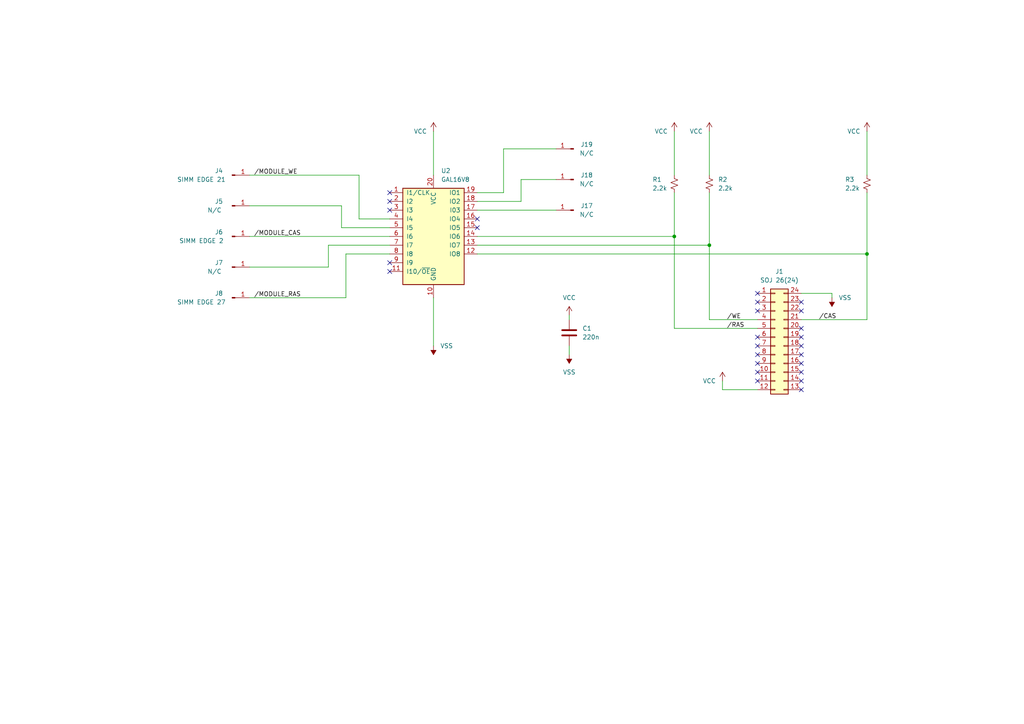
<source format=kicad_sch>
(kicad_sch (version 20230121) (generator eeschema)
  (paper "A4")
  (lib_symbols
    (symbol "Connector:Conn_01x01_Pin" (pin_names (offset 1.016) hide)
      (property "Reference" "J" (at 0 2.54 0))
      (property "Value" "Conn_01x01_Pin" (at 0 -2.54 0))
      (symbol "Conn_01x01_Pin_1_1"
        (polyline (pts (xy 1.27 0) (xy 0.8636 0)) (stroke (width 0.1524)))
        (rectangle (start 0.8636 0.127) (end 0 -0.127) (stroke (width 0.1524)) (fill (type outline)))
        (pin passive line (at 5.08 0 180) (length 3.81) (name "Pin_1") (number "1"))
      )
    )
    (symbol "Connector_Generic:Conn_02x12_Counter_Clockwise" (pin_names (offset 1.016) hide)
      (property "Reference" "J" (at 1.27 15.24 0))
      (property "Value" "Conn_02x12_Counter_Clockwise" (at 1.27 -17.78 0))
      (symbol "Conn_02x12_Counter_Clockwise_1_1"
        (rectangle (start -1.27 -15.113) (end 0 -15.367) (stroke (width 0.1524)))
        (rectangle (start -1.27 -12.573) (end 0 -12.827) (stroke (width 0.1524)))
        (rectangle (start -1.27 -10.033) (end 0 -10.287) (stroke (width 0.1524)))
        (rectangle (start -1.27 -7.493) (end 0 -7.747) (stroke (width 0.1524)))
        (rectangle (start -1.27 -4.953) (end 0 -5.207) (stroke (width 0.1524)))
        (rectangle (start -1.27 -2.413) (end 0 -2.667) (stroke (width 0.1524)))
        (rectangle (start -1.27 0.127) (end 0 -0.127) (stroke (width 0.1524)))
        (rectangle (start -1.27 2.667) (end 0 2.413) (stroke (width 0.1524)))
        (rectangle (start -1.27 5.207) (end 0 4.953) (stroke (width 0.1524)))
        (rectangle (start -1.27 7.747) (end 0 7.493) (stroke (width 0.1524)))
        (rectangle (start -1.27 10.287) (end 0 10.033) (stroke (width 0.1524)))
        (rectangle (start -1.27 12.827) (end 0 12.573) (stroke (width 0.1524)))
        (rectangle (start -1.27 13.97) (end 3.81 -16.51) (stroke (width 0.254)) (fill (type background)))
        (rectangle (start 3.81 -15.113) (end 2.54 -15.367) (stroke (width 0.1524)))
        (rectangle (start 3.81 -12.573) (end 2.54 -12.827) (stroke (width 0.1524)))
        (rectangle (start 3.81 -10.033) (end 2.54 -10.287) (stroke (width 0.1524)))
        (rectangle (start 3.81 -7.493) (end 2.54 -7.747) (stroke (width 0.1524)))
        (rectangle (start 3.81 -4.953) (end 2.54 -5.207) (stroke (width 0.1524)))
        (rectangle (start 3.81 -2.413) (end 2.54 -2.667) (stroke (width 0.1524)))
        (rectangle (start 3.81 0.127) (end 2.54 -0.127) (stroke (width 0.1524)))
        (rectangle (start 3.81 2.667) (end 2.54 2.413) (stroke (width 0.1524)))
        (rectangle (start 3.81 5.207) (end 2.54 4.953) (stroke (width 0.1524)))
        (rectangle (start 3.81 7.747) (end 2.54 7.493) (stroke (width 0.1524)))
        (rectangle (start 3.81 10.287) (end 2.54 10.033) (stroke (width 0.1524)))
        (rectangle (start 3.81 12.827) (end 2.54 12.573) (stroke (width 0.1524)))
        (pin passive line (at -5.08 12.7 0) (length 3.81) (name "Pin_1") (number "1"))
        (pin passive line (at -5.08 -10.16 0) (length 3.81) (name "Pin_10") (number "10"))
        (pin passive line (at -5.08 -12.7 0) (length 3.81) (name "Pin_11") (number "11"))
        (pin passive line (at -5.08 -15.24 0) (length 3.81) (name "Pin_12") (number "12"))
        (pin passive line (at 7.62 -15.24 180) (length 3.81) (name "Pin_13") (number "13"))
        (pin passive line (at 7.62 -12.7 180) (length 3.81) (name "Pin_14") (number "14"))
        (pin passive line (at 7.62 -10.16 180) (length 3.81) (name "Pin_15") (number "15"))
        (pin passive line (at 7.62 -7.62 180) (length 3.81) (name "Pin_16") (number "16"))
        (pin passive line (at 7.62 -5.08 180) (length 3.81) (name "Pin_17") (number "17"))
        (pin passive line (at 7.62 -2.54 180) (length 3.81) (name "Pin_18") (number "18"))
        (pin passive line (at 7.62 0 180) (length 3.81) (name "Pin_19") (number "19"))
        (pin passive line (at -5.08 10.16 0) (length 3.81) (name "Pin_2") (number "2"))
        (pin passive line (at 7.62 2.54 180) (length 3.81) (name "Pin_20") (number "20"))
        (pin passive line (at 7.62 5.08 180) (length 3.81) (name "Pin_21") (number "21"))
        (pin passive line (at 7.62 7.62 180) (length 3.81) (name "Pin_22") (number "22"))
        (pin passive line (at 7.62 10.16 180) (length 3.81) (name "Pin_23") (number "23"))
        (pin passive line (at 7.62 12.7 180) (length 3.81) (name "Pin_24") (number "24"))
        (pin passive line (at -5.08 7.62 0) (length 3.81) (name "Pin_3") (number "3"))
        (pin passive line (at -5.08 5.08 0) (length 3.81) (name "Pin_4") (number "4"))
        (pin passive line (at -5.08 2.54 0) (length 3.81) (name "Pin_5") (number "5"))
        (pin passive line (at -5.08 0 0) (length 3.81) (name "Pin_6") (number "6"))
        (pin passive line (at -5.08 -2.54 0) (length 3.81) (name "Pin_7") (number "7"))
        (pin passive line (at -5.08 -5.08 0) (length 3.81) (name "Pin_8") (number "8"))
        (pin passive line (at -5.08 -7.62 0) (length 3.81) (name "Pin_9") (number "9"))
      )
    )
    (symbol "Device:C" (pin_numbers hide) (pin_names (offset 0.254))
      (property "Reference" "C" (at 0.635 2.54 0))
      (property "Value" "C" (at 0.635 -2.54 0))
      (symbol "C_0_1"
        (polyline (pts (xy -2.032 -0.762) (xy 2.032 -0.762)) (stroke (width 0.508)))
        (polyline (pts (xy -2.032 0.762) (xy 2.032 0.762)) (stroke (width 0.508)))
      )
      (symbol "C_1_1"
        (pin passive line (at 0 3.81 270) (length 2.794) (name "~") (number "1"))
        (pin passive line (at 0 -3.81 90) (length 2.794) (name "~") (number "2"))
      )
    )
    (symbol "Device:R_Small_US" (pin_numbers hide) (pin_names (offset 0.254) hide)
      (property "Reference" "R" (at 0.762 0.508 0))
      (property "Value" "R_Small_US" (at 0.762 -1.016 0))
      (symbol "R_Small_US_1_1"
        (polyline (pts (xy 0 0) (xy 1.016 -0.381) (xy 0 -0.762) (xy -1.016 -1.143) (xy 0 -1.524)))
        (polyline (pts (xy 0 1.524) (xy 1.016 1.143) (xy 0 0.762) (xy -1.016 0.381) (xy 0 0)))
        (pin passive line (at 0 2.54 270) (length 1.016) (name "~") (number "1"))
        (pin passive line (at 0 -2.54 90) (length 1.016) (name "~") (number "2"))
      )
    )
    (symbol "Logic_Programmable:GAL16V8" (pin_names (offset 1.016))
      (property "Reference" "U" (at -8.89 16.51 0))
      (property "Value" "GAL16V8" (at 1.27 16.51 0))
      (symbol "GAL16V8_0_0"
        (pin power_in line (at 0 -17.78 90) (length 3.81) (name "GND") (number "10"))
        (pin power_in line (at 0 17.78 270) (length 3.81) (name "VCC") (number "20"))
      )
      (symbol "GAL16V8_0_1"
        (rectangle (start -8.89 13.97) (end 8.89 -13.97) (stroke (width 0.254)) (fill (type background)))
      )
      (symbol "GAL16V8_1_1"
        (pin input line (at -12.7 12.7 0) (length 3.81) (name "I1/CLK") (number "1"))
        (pin input line (at -12.7 -10.16 0) (length 3.81) (name "I10/~{OE}") (number "11"))
        (pin tri_state line (at 12.7 -5.08 180) (length 3.81) (name "IO8") (number "12"))
        (pin tri_state line (at 12.7 -2.54 180) (length 3.81) (name "IO7") (number "13"))
        (pin tri_state line (at 12.7 0 180) (length 3.81) (name "IO6") (number "14"))
        (pin tri_state line (at 12.7 2.54 180) (length 3.81) (name "IO5") (number "15"))
        (pin tri_state line (at 12.7 5.08 180) (length 3.81) (name "IO4") (number "16"))
        (pin tri_state line (at 12.7 7.62 180) (length 3.81) (name "I03") (number "17"))
        (pin tri_state line (at 12.7 10.16 180) (length 3.81) (name "IO2") (number "18"))
        (pin tri_state line (at 12.7 12.7 180) (length 3.81) (name "IO1") (number "19"))
        (pin input line (at -12.7 10.16 0) (length 3.81) (name "I2") (number "2"))
        (pin input line (at -12.7 7.62 0) (length 3.81) (name "I3") (number "3"))
        (pin input line (at -12.7 5.08 0) (length 3.81) (name "I4") (number "4"))
        (pin input line (at -12.7 2.54 0) (length 3.81) (name "I5") (number "5"))
        (pin input line (at -12.7 0 0) (length 3.81) (name "I6") (number "6"))
        (pin input line (at -12.7 -2.54 0) (length 3.81) (name "I7") (number "7"))
        (pin input line (at -12.7 -5.08 0) (length 3.81) (name "I8") (number "8"))
        (pin input line (at -12.7 -7.62 0) (length 3.81) (name "I9") (number "9"))
      )
    )
    (symbol "power:VCC" (power) (pin_names (offset 0))
      (property "Value" "VCC" (at 0 3.81 0))
      (symbol "VCC_0_1"
        (polyline (pts (xy -0.762 1.27) (xy 0 2.54)))
        (polyline (pts (xy 0 0) (xy 0 2.54)))
        (polyline (pts (xy 0 2.54) (xy 0.762 1.27)))
      )
      (symbol "VCC_1_1"
        (pin power_in line (at 0 0 90) (length 0) hide (name "VCC") (number "1"))
      )
    )
    (symbol "power:VSS" (power) (pin_names (offset 0))
      (property "Value" "VSS" (at 0 3.81 0))
      (symbol "VSS_0_1"
        (polyline (pts (xy 0 0) (xy 0 2.54)))
        (polyline (pts (xy 0.762 1.27) (xy -0.762 1.27) (xy 0 2.54) (xy 0.762 1.27)) (fill (type outline)))
      )
      (symbol "VSS_1_1"
        (pin power_in line (at 0 0 90) (length 0) hide (name "VSS") (number "1"))
      )
    )
  )
  (junction (at 195.58 68.58))
  (junction (at 205.74 71.12))
  (junction (at 251.46 73.66))
  (no_connect (at 219.71 102.87))
  (no_connect (at 219.71 87.63))
  (no_connect (at 232.41 107.95))
  (no_connect (at 232.41 95.25))
  (no_connect (at 219.71 107.95))
  (no_connect (at 138.43 66.04))
  (no_connect (at 219.71 85.09))
  (no_connect (at 113.03 76.2))
  (no_connect (at 232.41 105.41))
  (no_connect (at 219.71 105.41))
  (no_connect (at 232.41 90.17))
  (no_connect (at 113.03 55.88))
  (no_connect (at 232.41 113.03))
  (no_connect (at 138.43 63.5))
  (no_connect (at 232.41 110.49))
  (no_connect (at 232.41 102.87))
  (no_connect (at 219.71 90.17))
  (no_connect (at 219.71 97.79))
  (no_connect (at 113.03 58.42))
  (no_connect (at 232.41 87.63))
  (no_connect (at 232.41 100.33))
  (no_connect (at 113.03 78.74))
  (no_connect (at 113.03 60.96))
  (no_connect (at 219.71 100.33))
  (no_connect (at 219.71 110.49))
  (no_connect (at 232.41 97.79))
  (wire (pts (xy 138.43 73.66) (xy 251.46 73.66)))
  (wire (pts (xy 99.06 66.04) (xy 99.06 59.69)))
  (wire (pts (xy 205.74 55.88) (xy 205.74 71.12)))
  (wire (pts (xy 232.41 85.09) (xy 241.3 85.09)))
  (wire (pts (xy 251.46 73.66) (xy 251.46 92.71)))
  (wire (pts (xy 195.58 95.25) (xy 219.71 95.25)))
  (wire (pts (xy 146.05 55.88) (xy 146.05 43.18)))
  (wire (pts (xy 251.46 38.1) (xy 251.46 50.8)))
  (wire (pts (xy 72.39 77.47) (xy 95.25 77.47)))
  (wire (pts (xy 138.43 71.12) (xy 205.74 71.12)))
  (wire (pts (xy 209.55 113.03) (xy 209.55 110.49)))
  (wire (pts (xy 138.43 68.58) (xy 195.58 68.58)))
  (wire (pts (xy 195.58 68.58) (xy 195.58 95.25)))
  (wire (pts (xy 100.33 73.66) (xy 113.03 73.66)))
  (wire (pts (xy 241.3 85.09) (xy 241.3 86.36)))
  (wire (pts (xy 95.25 71.12) (xy 95.25 77.47)))
  (wire (pts (xy 209.55 113.03) (xy 219.71 113.03)))
  (wire (pts (xy 165.1 91.44) (xy 165.1 92.71)))
  (wire (pts (xy 205.74 71.12) (xy 205.74 92.71)))
  (wire (pts (xy 165.1 100.33) (xy 165.1 102.87)))
  (wire (pts (xy 151.13 52.07) (xy 151.13 58.42)))
  (wire (pts (xy 100.33 86.36) (xy 100.33 73.66)))
  (wire (pts (xy 113.03 63.5) (xy 104.14 63.5)))
  (wire (pts (xy 232.41 92.71) (xy 251.46 92.71)))
  (wire (pts (xy 72.39 50.8) (xy 104.14 50.8)))
  (wire (pts (xy 125.73 100.33) (xy 125.73 86.36)))
  (wire (pts (xy 138.43 60.96) (xy 161.29 60.96)))
  (wire (pts (xy 195.58 38.1) (xy 195.58 50.8)))
  (wire (pts (xy 161.29 52.07) (xy 151.13 52.07)))
  (wire (pts (xy 113.03 66.04) (xy 99.06 66.04)))
  (wire (pts (xy 138.43 58.42) (xy 151.13 58.42)))
  (wire (pts (xy 205.74 92.71) (xy 219.71 92.71)))
  (wire (pts (xy 104.14 63.5) (xy 104.14 50.8)))
  (wire (pts (xy 195.58 55.88) (xy 195.58 68.58)))
  (wire (pts (xy 72.39 59.69) (xy 99.06 59.69)))
  (wire (pts (xy 72.39 86.36) (xy 100.33 86.36)))
  (wire (pts (xy 138.43 55.88) (xy 146.05 55.88)))
  (wire (pts (xy 251.46 55.88) (xy 251.46 73.66)))
  (wire (pts (xy 72.39 68.58) (xy 113.03 68.58)))
  (wire (pts (xy 146.05 43.18) (xy 161.29 43.18)))
  (wire (pts (xy 113.03 71.12) (xy 95.25 71.12)))
  (wire (pts (xy 125.73 38.1) (xy 125.73 50.8)))
  (wire (pts (xy 205.74 38.1) (xy 205.74 50.8)))
  (label "{slash}CAS" (at 237.49 92.71 0))
  (label "{slash}RAS" (at 210.82 95.25 0))
  (label "{slash}MODULE_WE" (at 73.66 50.8 0))
  (label "{slash}MODULE_CAS" (at 73.66 68.58 0))
  (label "{slash}WE" (at 210.82 92.71 0))
  (label "{slash}MODULE_RAS" (at 73.66 86.36 0))
  (symbol (lib_id "Connector:Conn_01x01_Pin") (at 67.31 50.8 0) (unit 1)
    (property "Reference" "J4" (at 63.5 49.53 0))
    (property "Value" "SIMM EDGE 21" (at 58.42 52.07 0))
    (property "Footprint" "project footprints:TestPoint_THTPad_D1.2mm_Drill0.7mm" (effects hide))
  )
  (symbol (lib_id "Device:R_Small_US") (at 195.58 53.34 0) (unit 1) (in_bom no)
    (property "Reference" "R1" (at 189.23 52.07 0) (effects (justify left)))
    (property "Value" "2.2k" (at 189.23 54.61 0) (effects (justify left)))
    (property "Footprint" "Resistor_SMD:R_0805_2012Metric_Pad1.20x1.40mm_HandSolder" (effects hide))
  )
  (symbol (lib_id "Logic_Programmable:GAL16V8") (at 125.73 68.58 0) (unit 1)
    (property "Reference" "U2" (at 127.9241 49.53 0) (effects (justify left)))
    (property "Value" "GAL16V8" (at 127.9241 52.07 0) (effects (justify left)))
    (property "Footprint" "Package_LCC:PLCC-20_SMD-Socket" (effects hide))
  )
  (symbol (lib_id "Connector:Conn_01x01_Pin") (at 166.37 52.07 180) (unit 1)
    (property "Reference" "J18" (at 170.18 50.8 0))
    (property "Value" "N/C" (at 170.18 53.34 0))
    (property "Footprint" "project footprints:TestPoint_THTPad_D1.2mm_Drill0.7mm" (effects hide))
  )
  (symbol (lib_id "power:VSS") (at 241.3 86.36 180) (unit 1)
    (property "Reference" "#PWR06" (effects hide))
    (property "Value" "VSS" (at 245.11 86.36 0))
  )
  (symbol (lib_id "power:VSS") (at 125.73 100.33 180) (unit 1)
    (property "Reference" "#PWR07" (effects hide))
    (property "Value" "VSS" (at 129.54 100.33 0))
  )
  (symbol (lib_id "Connector:Conn_01x01_Pin") (at 166.37 60.96 180) (unit 1)
    (property "Reference" "J17" (at 170.18 59.69 0))
    (property "Value" "N/C" (at 170.18 62.23 0))
    (property "Footprint" "project footprints:TestPoint_THTPad_D1.2mm_Drill0.7mm" (effects hide))
  )
  (symbol (lib_id "Connector:Conn_01x01_Pin") (at 67.31 59.69 0) (unit 1)
    (property "Reference" "J5" (at 63.5 58.42 0))
    (property "Value" "N/C" (at 62.23 60.96 0))
    (property "Footprint" "project footprints:TestPoint_THTPad_D1.2mm_Drill0.7mm" (effects hide))
  )
  (symbol (lib_id "power:VSS") (at 165.1 102.87 180) (unit 1)
    (property "Reference" "#PWR04" (effects hide))
    (property "Value" "VSS" (at 165.1 107.95 0))
  )
  (symbol (lib_id "Connector:Conn_01x01_Pin") (at 67.31 68.58 0) (unit 1)
    (property "Reference" "J6" (at 63.5 67.31 0))
    (property "Value" "SIMM EDGE 2" (at 58.42 69.85 0))
    (property "Footprint" "project footprints:TestPoint_THTPad_D1.2mm_Drill0.7mm" (effects hide))
  )
  (symbol (lib_id "Device:R_Small_US") (at 251.46 53.34 0) (unit 1) (in_bom no)
    (property "Reference" "R3" (at 245.11 52.07 0) (effects (justify left)))
    (property "Value" "2.2k" (at 245.11 54.61 0) (effects (justify left)))
    (property "Footprint" "Resistor_SMD:R_0805_2012Metric_Pad1.20x1.40mm_HandSolder" (effects hide))
  )
  (symbol (lib_id "power:VCC") (at 125.73 38.1 0) (unit 1)
    (property "Reference" "#PWR08" (effects hide))
    (property "Value" "VCC" (at 121.92 38.1 0))
  )
  (symbol (lib_id "Connector:Conn_01x01_Pin") (at 67.31 77.47 0) (unit 1)
    (property "Reference" "J7" (at 63.5 76.2 0))
    (property "Value" "N/C" (at 62.23 78.74 0))
    (property "Footprint" "project footprints:TestPoint_THTPad_D1.2mm_Drill0.7mm" (effects hide))
  )
  (symbol (lib_id "power:VCC") (at 195.58 38.1 0) (unit 1)
    (property "Reference" "#PWR02" (effects hide))
    (property "Value" "VCC" (at 191.77 38.1 0))
  )
  (symbol (lib_id "Device:C") (at 165.1 96.52 0) (unit 1)
    (property "Reference" "C1" (at 168.91 95.25 0) (effects (justify left)))
    (property "Value" "220n" (at 168.91 97.79 0) (effects (justify left)))
    (property "Footprint" "Capacitor_SMD:C_0805_2012Metric_Pad1.18x1.45mm_HandSolder" (effects hide))
  )
  (symbol (lib_id "power:VCC") (at 165.1 91.44 0) (unit 1)
    (property "Reference" "#PWR03" (effects hide))
    (property "Value" "VCC" (at 165.1 86.36 0))
  )
  (symbol (lib_id "power:VCC") (at 251.46 38.1 0) (unit 1)
    (property "Reference" "#PWR09" (effects hide))
    (property "Value" "VCC" (at 247.65 38.1 0))
  )
  (symbol (lib_id "Connector:Conn_01x01_Pin") (at 67.31 86.36 0) (unit 1)
    (property "Reference" "J8" (at 63.5 85.09 0))
    (property "Value" "SIMM EDGE 27" (at 58.42 87.63 0))
    (property "Footprint" "project footprints:TestPoint_THTPad_D1.2mm_Drill0.7mm" (effects hide))
  )
  (symbol (lib_id "power:VCC") (at 205.74 38.1 0) (unit 1)
    (property "Reference" "#PWR05" (effects hide))
    (property "Value" "VCC" (at 201.93 38.1 0))
  )
  (symbol (lib_id "Device:R_Small_US") (at 205.74 53.34 0) (unit 1) (in_bom no)
    (property "Reference" "R2" (at 208.28 52.07 0) (effects (justify left)))
    (property "Value" "2.2k" (at 208.28 54.61 0) (effects (justify left)))
    (property "Footprint" "Resistor_SMD:R_0805_2012Metric_Pad1.20x1.40mm_HandSolder" (effects hide))
  )
  (symbol (lib_id "power:VCC") (at 209.55 110.49 0) (unit 1)
    (property "Reference" "#PWR01" (effects hide))
    (property "Value" "VCC" (at 205.74 110.49 0))
  )
  (symbol (lib_id "Connector:Conn_01x01_Pin") (at 166.37 43.18 180) (unit 1)
    (property "Reference" "J19" (at 170.18 41.91 0))
    (property "Value" "N/C" (at 170.18 44.45 0))
    (property "Footprint" "project footprints:TestPoint_THTPad_D1.2mm_Drill0.7mm" (effects hide))
  )
  (symbol (lib_id "Connector_Generic:Conn_02x12_Counter_Clockwise") (at 224.79 97.79 0) (unit 1)
    (property "Reference" "J1" (at 226.06 78.74 0))
    (property "Value" "SOJ 26(24)" (at 226.06 81.28 0))
    (property "Footprint" "project footprints:Castellations_2x13_P1.27mm_Vertical" (effects hide))
  )
)
</source>
